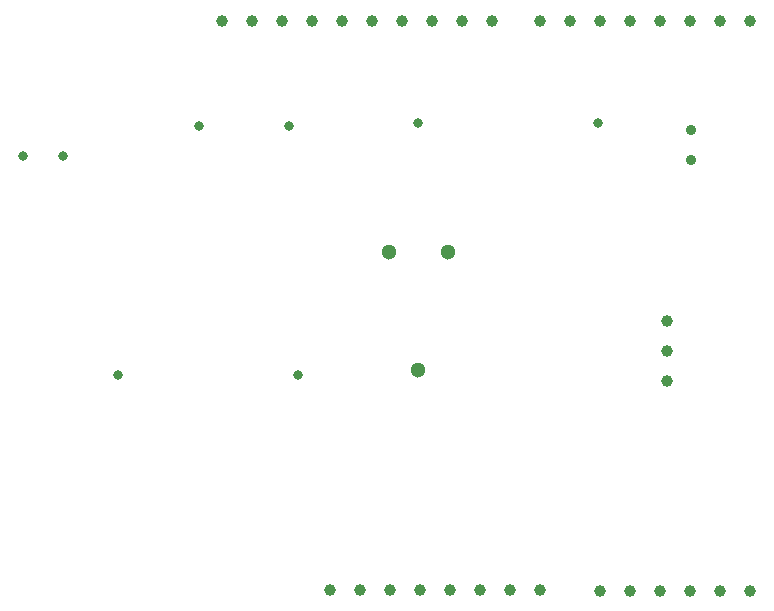
<source format=gbr>
%TF.GenerationSoftware,KiCad,Pcbnew,7.0.10*%
%TF.CreationDate,2024-09-09T18:41:49-04:00*%
%TF.ProjectId,Shield,53686965-6c64-42e6-9b69-6361645f7063,rev?*%
%TF.SameCoordinates,Original*%
%TF.FileFunction,Plated,1,2,PTH,Drill*%
%TF.FilePolarity,Positive*%
%FSLAX46Y46*%
G04 Gerber Fmt 4.6, Leading zero omitted, Abs format (unit mm)*
G04 Created by KiCad (PCBNEW 7.0.10) date 2024-09-09 18:41:49*
%MOMM*%
%LPD*%
G01*
G04 APERTURE LIST*
%TA.AperFunction,ComponentDrill*%
%ADD10C,0.800000*%
%TD*%
%TA.AperFunction,ComponentDrill*%
%ADD11C,0.900000*%
%TD*%
%TA.AperFunction,ComponentDrill*%
%ADD12C,1.000000*%
%TD*%
%TA.AperFunction,ComponentDrill*%
%ADD13C,1.300000*%
%TD*%
G04 APERTURE END LIST*
D10*
%TO.C,R2*%
X101983000Y-60757000D03*
X105383000Y-60757000D03*
%TO.C,R3*%
X110033000Y-79299000D03*
%TO.C,SW1*%
X116848500Y-58217000D03*
X124468500Y-58217000D03*
%TO.C,R3*%
X125273000Y-79299000D03*
%TO.C,R1*%
X135433000Y-57963000D03*
X150673000Y-57963000D03*
D11*
%TO.C,D1*%
X158547000Y-58603000D03*
X158547000Y-61143000D03*
D12*
%TO.C,J3*%
X118796000Y-49327000D03*
X121336000Y-49327000D03*
X123876000Y-49327000D03*
X126416000Y-49327000D03*
%TO.C,J1*%
X127955000Y-97562000D03*
%TO.C,J3*%
X128956000Y-49327000D03*
%TO.C,J1*%
X130495000Y-97562000D03*
%TO.C,J3*%
X131496000Y-49327000D03*
%TO.C,J1*%
X133035000Y-97562000D03*
%TO.C,J3*%
X134036000Y-49327000D03*
%TO.C,J1*%
X135575000Y-97562000D03*
%TO.C,J3*%
X136576000Y-49327000D03*
%TO.C,J1*%
X138115000Y-97562000D03*
%TO.C,J3*%
X139116000Y-49327000D03*
%TO.C,J1*%
X140655000Y-97562000D03*
%TO.C,J3*%
X141656000Y-49327000D03*
%TO.C,J1*%
X143195000Y-97562000D03*
%TO.C,J4*%
X145720000Y-49327000D03*
%TO.C,J1*%
X145735000Y-97562000D03*
%TO.C,J4*%
X148260000Y-49327000D03*
X150800000Y-49327000D03*
%TO.C,J2*%
X150800000Y-97587000D03*
%TO.C,J4*%
X153340000Y-49327000D03*
%TO.C,J2*%
X153340000Y-97587000D03*
%TO.C,J4*%
X155880000Y-49327000D03*
%TO.C,J2*%
X155880000Y-97587000D03*
%TO.C,J5*%
X156515000Y-74727000D03*
X156515000Y-77267000D03*
X156515000Y-79807000D03*
%TO.C,J4*%
X158420000Y-49327000D03*
%TO.C,J2*%
X158420000Y-97587000D03*
%TO.C,J4*%
X160960000Y-49327000D03*
%TO.C,J2*%
X160960000Y-97587000D03*
%TO.C,J4*%
X163500000Y-49327000D03*
%TO.C,J2*%
X163500000Y-97587000D03*
D13*
%TO.C,RV1*%
X132933000Y-68918000D03*
X135433000Y-78918000D03*
X137933000Y-68918000D03*
M02*

</source>
